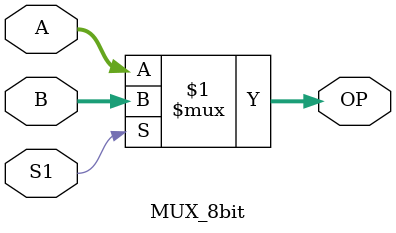
<source format=v>
`timescale 1ns/1ns
module MUX_8bit( S1 , A , B , OP);

 input S1;
 input [7:0]A; 
 input [7:0]B; 
 output [7:0]OP;

   assign OP = S1 ? B : A;

endmodule


</source>
